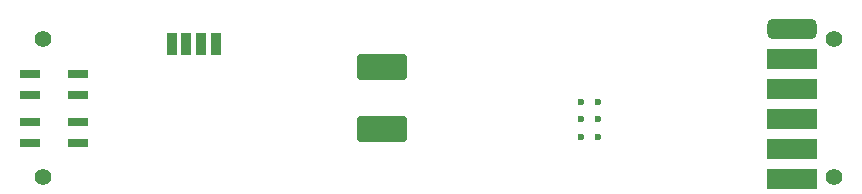
<source format=gbs>
G04*
G04 #@! TF.GenerationSoftware,Altium Limited,Altium Designer,21.6.1 (37)*
G04*
G04 Layer_Color=16711935*
%FSLAX44Y44*%
%MOMM*%
G71*
G04*
G04 #@! TF.SameCoordinates,3F17BC7F-6D44-4E06-9127-94DCD14E2BF1*
G04*
G04*
G04 #@! TF.FilePolarity,Negative*
G04*
G01*
G75*
%ADD68C,0.6000*%
%ADD69C,1.4000*%
%ADD89R,1.6510X0.7874*%
%ADD91R,4.2000X1.7240*%
G04:AMPARAMS|DCode=92|XSize=1.724mm|YSize=4.2mm|CornerRadius=0.481mm|HoleSize=0mm|Usage=FLASHONLY|Rotation=270.000|XOffset=0mm|YOffset=0mm|HoleType=Round|Shape=RoundedRectangle|*
%AMROUNDEDRECTD92*
21,1,1.7240,3.2380,0,0,270.0*
21,1,0.7620,4.2000,0,0,270.0*
1,1,0.9620,-1.6190,-0.3810*
1,1,0.9620,-1.6190,0.3810*
1,1,0.9620,1.6190,0.3810*
1,1,0.9620,1.6190,-0.3810*
%
%ADD92ROUNDEDRECTD92*%
%ADD93R,4.2000X1.7240*%
G04:AMPARAMS|DCode=94|XSize=2.2mm|YSize=4.2mm|CornerRadius=0.17mm|HoleSize=0mm|Usage=FLASHONLY|Rotation=90.000|XOffset=0mm|YOffset=0mm|HoleType=Round|Shape=RoundedRectangle|*
%AMROUNDEDRECTD94*
21,1,2.2000,3.8600,0,0,90.0*
21,1,1.8600,4.2000,0,0,90.0*
1,1,0.3400,1.9300,0.9300*
1,1,0.3400,1.9300,-0.9300*
1,1,0.3400,-1.9300,-0.9300*
1,1,0.3400,-1.9300,0.9300*
%
%ADD94ROUNDEDRECTD94*%
%ADD95R,0.9000X1.9000*%
D68*
X1171870Y435610D02*
D03*
X1186870D02*
D03*
Y420610D02*
D03*
X1171870D02*
D03*
Y450610D02*
D03*
X1186870D02*
D03*
D69*
X1386300Y503300D02*
D03*
Y386498D02*
D03*
X716400Y386605D02*
D03*
Y503202D02*
D03*
D89*
X746000Y474200D02*
D03*
Y456200D02*
D03*
X706000D02*
D03*
Y474200D02*
D03*
X746000Y433300D02*
D03*
Y415300D02*
D03*
X706000D02*
D03*
Y433300D02*
D03*
D91*
X1351300Y486540D02*
D03*
Y461140D02*
D03*
D92*
Y511940D02*
D03*
D93*
Y435740D02*
D03*
Y410340D02*
D03*
Y384940D02*
D03*
D94*
X1004000Y427100D02*
D03*
Y480300D02*
D03*
D95*
X863250Y498988D02*
D03*
X850750D02*
D03*
X838250D02*
D03*
X825750D02*
D03*
M02*

</source>
